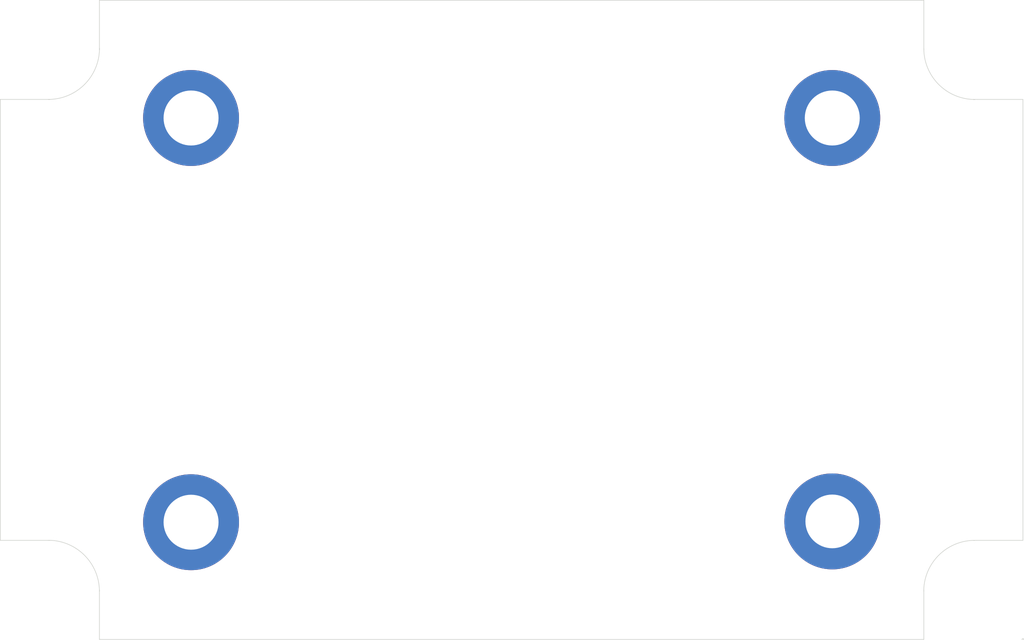
<source format=kicad_pcb>
(kicad_pcb (version 20171130) (host pcbnew "(5.1.0-0)")

  (general
    (thickness 1.6)
    (drawings 19)
    (tracks 0)
    (zones 0)
    (modules 4)
    (nets 1)
  )

  (page A4)
  (layers
    (0 F.Cu signal)
    (31 B.Cu signal)
    (32 B.Adhes user)
    (33 F.Adhes user)
    (34 B.Paste user)
    (35 F.Paste user)
    (36 B.SilkS user)
    (37 F.SilkS user)
    (38 B.Mask user)
    (39 F.Mask user)
    (40 Dwgs.User user)
    (41 Cmts.User user)
    (42 Eco1.User user)
    (43 Eco2.User user hide)
    (44 Edge.Cuts user)
    (45 Margin user)
    (46 B.CrtYd user)
    (47 F.CrtYd user)
    (48 B.Fab user)
    (49 F.Fab user)
  )

  (setup
    (last_trace_width 0.25)
    (trace_clearance 0.2)
    (zone_clearance 0.508)
    (zone_45_only no)
    (trace_min 0.2)
    (via_size 0.8)
    (via_drill 0.4)
    (via_min_size 0.4)
    (via_min_drill 0.3)
    (uvia_size 0.3)
    (uvia_drill 0.1)
    (uvias_allowed no)
    (uvia_min_size 0.2)
    (uvia_min_drill 0.1)
    (edge_width 0.05)
    (segment_width 0.2)
    (pcb_text_width 0.3)
    (pcb_text_size 1.5 1.5)
    (mod_edge_width 0.12)
    (mod_text_size 1 1)
    (mod_text_width 0.15)
    (pad_size 7.5 7.5)
    (pad_drill 4.2)
    (pad_to_mask_clearance 0.051)
    (solder_mask_min_width 0.25)
    (aux_axis_origin 35.56 85.725)
    (visible_elements FFFFFF7F)
    (pcbplotparams
      (layerselection 0x010fc_ffffffff)
      (usegerberextensions false)
      (usegerberattributes false)
      (usegerberadvancedattributes false)
      (creategerberjobfile false)
      (excludeedgelayer true)
      (linewidth 0.100000)
      (plotframeref false)
      (viasonmask false)
      (mode 1)
      (useauxorigin false)
      (hpglpennumber 1)
      (hpglpenspeed 20)
      (hpglpendiameter 15.000000)
      (psnegative false)
      (psa4output false)
      (plotreference true)
      (plotvalue true)
      (plotinvisibletext false)
      (padsonsilk false)
      (subtractmaskfromsilk false)
      (outputformat 1)
      (mirror false)
      (drillshape 1)
      (scaleselection 1)
      (outputdirectory ""))
  )

  (net 0 "")

  (net_class Default "This is the default net class."
    (clearance 0.2)
    (trace_width 0.25)
    (via_dia 0.8)
    (via_drill 0.4)
    (uvia_dia 0.3)
    (uvia_drill 0.1)
  )

  (module MountingHole:MountingHole_4.3mm_M4_DIN965_Pad (layer F.Cu) (tedit 5CB291F3) (tstamp 5CB2925D)
    (at 100.965 76.0095)
    (descr "Mounting Hole 4.3mm, M4, DIN965")
    (tags "mounting hole 4.3mm m4 din965")
    (attr virtual)
    (fp_text reference REF** (at 0 -4.75) (layer F.SilkS) hide
      (effects (font (size 1 1) (thickness 0.15)))
    )
    (fp_text value MountingHole_4.3mm_M4_DIN965_Pad (at 0 4.75 unlocked) (layer F.Fab) hide
      (effects (font (size 1 1) (thickness 0.15)))
    )
    (fp_circle (center 0 0) (end 4 0) (layer F.CrtYd) (width 0.05))
    (fp_circle (center 0 0) (end 3.75 0) (layer Cmts.User) (width 0.15))
    (fp_text user %R (at 0.3 0) (layer F.Fab)
      (effects (font (size 1 1) (thickness 0.15)))
    )
    (pad "" thru_hole circle (at 0 0) (size 7.5 7.5) (drill 4.2) (layers *.Cu *.Mask))
  )

  (module MountingHole:MountingHole_4.3mm_M4_DIN965_Pad (layer F.Cu) (tedit 5CB28F5E) (tstamp 5CB291AF)
    (at 100.965 44.45)
    (descr "Mounting Hole 4.3mm, M4, DIN965")
    (tags "mounting hole 4.3mm m4 din965")
    (attr virtual)
    (fp_text reference REF** (at 0 -4.75) (layer F.SilkS) hide
      (effects (font (size 1 1) (thickness 0.15)))
    )
    (fp_text value MountingHole_4.3mm_M4_DIN965_Pad (at 0 4.75 unlocked) (layer F.Fab) hide
      (effects (font (size 1 1) (thickness 0.15)))
    )
    (fp_text user %R (at 0.305 0.071) (layer F.Fab)
      (effects (font (size 1 1) (thickness 0.15)))
    )
    (fp_circle (center 0 0) (end 3.75 0) (layer Cmts.User) (width 0.15))
    (fp_circle (center 0 0) (end 4 0) (layer F.CrtYd) (width 0.05))
    (pad "" thru_hole circle (at 0 0) (size 7.5 7.5) (drill 4.3) (layers *.Cu *.Mask))
  )

  (module MountingHole:MountingHole_4.3mm_M4_DIN965_Pad (layer F.Cu) (tedit 5CB28FBA) (tstamp 5CAE94F3)
    (at 50.8 76.073)
    (descr "Mounting Hole 4.3mm, M4, DIN965")
    (tags "mounting hole 4.3mm m4 din965")
    (attr virtual)
    (fp_text reference REF** (at 0 -4.75) (layer F.SilkS) hide
      (effects (font (size 1 1) (thickness 0.15)))
    )
    (fp_text value MountingHole_4.3mm_M4_DIN965_Pad (at 0 4.75 unlocked) (layer F.Fab) hide
      (effects (font (size 1 1) (thickness 0.15)))
    )
    (fp_text user %R (at 0.3 0) (layer F.Fab)
      (effects (font (size 1 1) (thickness 0.15)))
    )
    (fp_circle (center 0 0) (end 3.75 0) (layer Cmts.User) (width 0.15))
    (fp_circle (center 0 0) (end 4 0) (layer F.CrtYd) (width 0.05))
    (pad "" thru_hole circle (at 0 0) (size 7.5 7.5) (drill 4.3) (layers *.Cu *.Mask))
  )

  (module MountingHole:MountingHole_4.3mm_M4_DIN965_Pad (layer F.Cu) (tedit 5CB28F5E) (tstamp 5CAE94CA)
    (at 50.8 44.45)
    (descr "Mounting Hole 4.3mm, M4, DIN965")
    (tags "mounting hole 4.3mm m4 din965")
    (attr virtual)
    (fp_text reference REF** (at 0 -4.75) (layer F.SilkS) hide
      (effects (font (size 1 1) (thickness 0.15)))
    )
    (fp_text value MountingHole_4.3mm_M4_DIN965_Pad (at 0 4.75 unlocked) (layer F.Fab) hide
      (effects (font (size 1 1) (thickness 0.15)))
    )
    (fp_circle (center 0 0) (end 4 0) (layer F.CrtYd) (width 0.05))
    (fp_circle (center 0 0) (end 3.75 0) (layer Cmts.User) (width 0.15))
    (fp_text user %R (at 0.3 0) (layer F.Fab)
      (effects (font (size 1 1) (thickness 0.15)))
    )
    (pad "" thru_hole circle (at 0 0) (size 7.5 7.5) (drill 4.3) (layers *.Cu *.Mask))
  )

  (gr_line (start 43.62958 35.2425) (end 108.12526 35.2425) (layer Edge.Cuts) (width 0.05) (tstamp 5CAE3D4D))
  (gr_line (start 35.8775 42.99458) (end 35.8775 77.48778) (layer Edge.Cuts) (width 0.05) (tstamp 5CAE3D3A))
  (gr_line (start 108.12526 85.2424) (end 43.62958 85.2424) (layer Edge.Cuts) (width 0.05) (tstamp 5CAE3CB5))
  (gr_line (start 115.8775 77.49032) (end 115.8775 42.99458) (layer Edge.Cuts) (width 0.05) (tstamp 5CAE3CA0))
  (gr_arc (start 39.63924 38.99916) (end 39.63924 42.99458) (angle -90) (layer Edge.Cuts) (width 0.05) (tstamp 5CAE3C3E))
  (gr_line (start 43.62958 35.2425) (end 43.62958 39.1175) (layer Edge.Cuts) (width 0.05) (tstamp 5CAE3C3D))
  (gr_line (start 35.8775 42.99458) (end 39.7525 42.99458) (layer Edge.Cuts) (width 0.05) (tstamp 5CAE3C3C))
  (gr_line (start 115.87734 42.99458) (end 112.00234 42.99458) (layer Edge.Cuts) (width 0.05) (tstamp 5CAE3C1D))
  (gr_line (start 108.12526 35.2425) (end 108.12526 39.1175) (layer Edge.Cuts) (width 0.05) (tstamp 5CAE3C1C))
  (gr_arc (start 112.12068 39.00424) (end 108.12526 39.00424) (angle -90) (layer Edge.Cuts) (width 0.05) (tstamp 5CAE3C1B))
  (gr_arc (start 112.1156 81.48574) (end 112.1156 77.49032) (angle -90) (layer Edge.Cuts) (width 0.05) (tstamp 5CAE3BFB))
  (gr_line (start 115.87734 77.49032) (end 112.00234 77.49032) (layer Edge.Cuts) (width 0.05) (tstamp 5CAE3BFA))
  (gr_line (start 108.12526 85.2424) (end 108.12526 81.3674) (layer Edge.Cuts) (width 0.05) (tstamp 5CAE3BF9))
  (gr_arc (start 39.63416 81.48066) (end 43.62958 81.48066) (angle -90) (layer Edge.Cuts) (width 0.05))
  (gr_line (start 43.62958 85.2424) (end 43.62958 81.3674) (layer Edge.Cuts) (width 0.05) (tstamp 5CAE3ADC))
  (gr_line (start 35.8775 77.49032) (end 39.7525 77.49032) (layer Edge.Cuts) (width 0.05))
  (gr_line (start -0.77978 42.25) (end 10.01268 42.25) (layer Eco2.User) (width 0.15) (tstamp 5CAE3A34))
  (gr_line (start 7.75 41.16832) (end 7.75 51.96078) (layer Eco2.User) (width 0.15))
  (gr_circle (center 115.87988 85.23986) (end 115.9383 85.27034) (layer Edge.Cuts) (width 0.05))

)

</source>
